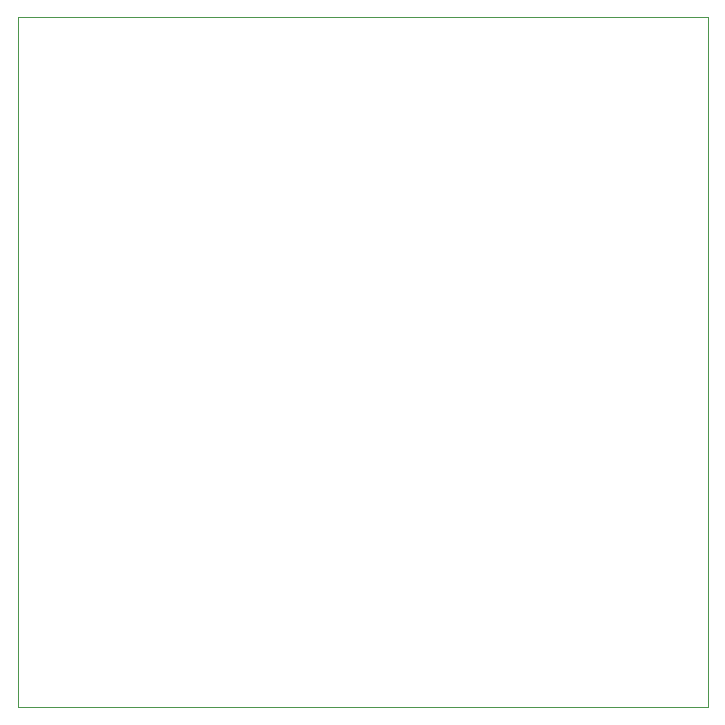
<source format=gbr>
%TF.GenerationSoftware,KiCad,Pcbnew,(6.0.7)*%
%TF.CreationDate,2023-01-26T19:29:32-08:00*%
%TF.ProjectId,min_stencil,6d696e5f-7374-4656-9e63-696c2e6b6963,rev?*%
%TF.SameCoordinates,Original*%
%TF.FileFunction,Profile,NP*%
%FSLAX46Y46*%
G04 Gerber Fmt 4.6, Leading zero omitted, Abs format (unit mm)*
G04 Created by KiCad (PCBNEW (6.0.7)) date 2023-01-26 19:29:32*
%MOMM*%
%LPD*%
G01*
G04 APERTURE LIST*
%TA.AperFunction,Profile*%
%ADD10C,0.050000*%
%TD*%
G04 APERTURE END LIST*
D10*
X116840000Y-121920000D02*
X116840000Y-63500000D01*
X175260000Y-121920000D02*
X116840000Y-121920000D01*
X175260000Y-63500000D02*
X175260000Y-121920000D01*
X116840000Y-63500000D02*
X175260000Y-63500000D01*
M02*

</source>
